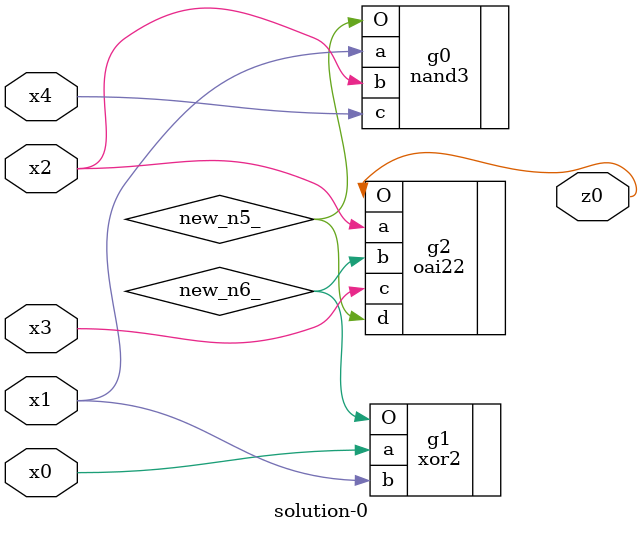
<source format=v>
module \solution-0 (
  x0, x1, x2, x3, x4,
  z0 );
  input x0, x1, x2, x3, x4;
  output z0;
  wire new_n5_, new_n6_;
  nand3  g0(.a(x1), .b(x2), .c(x4), .O(new_n5_));
  xor2  g1(.a(x0), .b(x1), .O(new_n6_));
  oai22  g2(.a(x2), .b(new_n6_), .c(x3), .d(new_n5_), .O(z0));
endmodule

</source>
